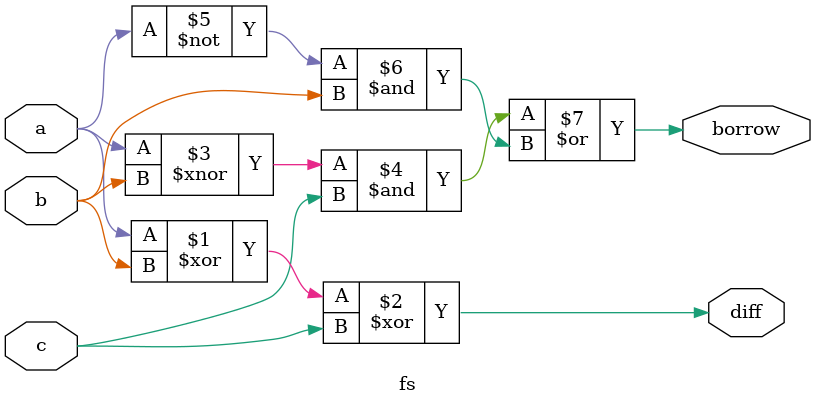
<source format=v>
module fs(a,b,c,diff,borrow);
input a,b,c;
output diff;
output borrow;
assign diff=a^b^c;
assign borrow=((a~^b)&c)|(~a)&b;
endmodule

</source>
